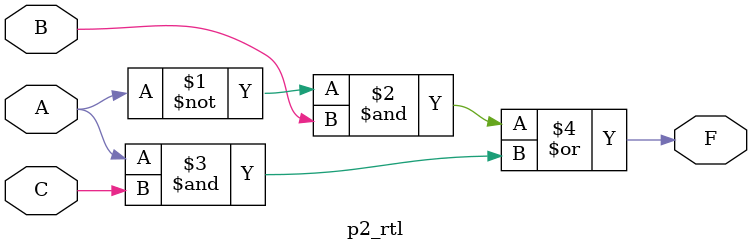
<source format=v>
`timescale 1ps/1ps

module p2_rtl(A,B,C,F);
    input A,B,C;
    output F;

    assign F = (~A&B)|(A&C);
endmodule
</source>
